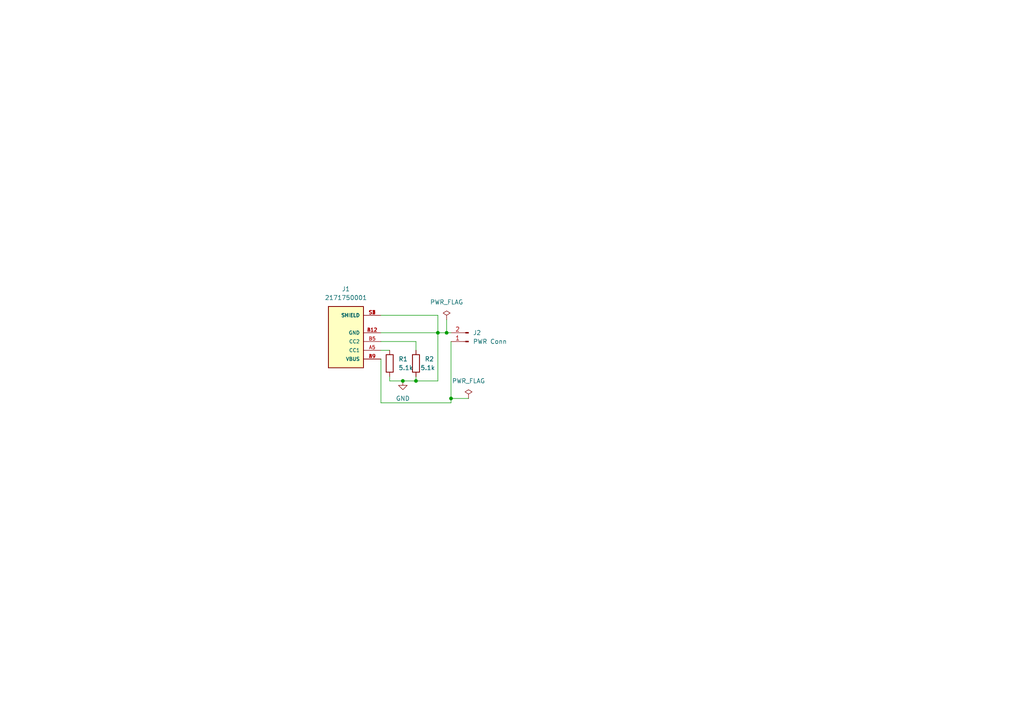
<source format=kicad_sch>
(kicad_sch (version 20211123) (generator eeschema)

  (uuid 85584f96-f606-43f9-a43a-f4f197b0b94e)

  (paper "A4")

  (lib_symbols
    (symbol "2171750001:2171750001" (pin_names (offset 1.016)) (in_bom yes) (on_board yes)
      (property "Reference" "J" (id 0) (at -5.08 8.509 0)
        (effects (font (size 1.27 1.27)) (justify left bottom))
      )
      (property "Value" "2171750001" (id 1) (at -5.08 -12.7 0)
        (effects (font (size 1.27 1.27)) (justify left bottom))
      )
      (property "Footprint" "Molex USB C 2171750001:MOLEX_2171750001" (id 2) (at 0 0 0)
        (effects (font (size 1.27 1.27)) (justify bottom) hide)
      )
      (property "Datasheet" "" (id 3) (at 0 0 0)
        (effects (font (size 1.27 1.27)) hide)
      )
      (property "STANDARD" "Manufacturer Recommendations" (id 4) (at 0 0 0)
        (effects (font (size 1.27 1.27)) (justify bottom) hide)
      )
      (property "PARTREV" "A1" (id 5) (at 0 0 0)
        (effects (font (size 1.27 1.27)) (justify bottom) hide)
      )
      (property "MANUFACTURER" "Molex" (id 6) (at 0 0 0)
        (effects (font (size 1.27 1.27)) (justify bottom) hide)
      )
      (property "MAXIMUM_PACKAGE_HEIGHT" "3.16mm" (id 7) (at 0 0 0)
        (effects (font (size 1.27 1.27)) (justify bottom) hide)
      )
      (symbol "2171750001_0_0"
        (rectangle (start -5.08 -10.16) (end 5.08 7.62)
          (stroke (width 0.254) (type default) (color 0 0 0 0))
          (fill (type background))
        )
        (pin power_in line (at -10.16 -2.54 0) (length 5.08)
          (name "GND" (effects (font (size 1.016 1.016))))
          (number "A12" (effects (font (size 1.016 1.016))))
        )
        (pin bidirectional line (at -10.16 2.54 0) (length 5.08)
          (name "CC1" (effects (font (size 1.016 1.016))))
          (number "A5" (effects (font (size 1.016 1.016))))
        )
        (pin power_in line (at -10.16 5.08 0) (length 5.08)
          (name "VBUS" (effects (font (size 1.016 1.016))))
          (number "A9" (effects (font (size 1.016 1.016))))
        )
        (pin power_in line (at -10.16 -2.54 0) (length 5.08)
          (name "GND" (effects (font (size 1.016 1.016))))
          (number "B12" (effects (font (size 1.016 1.016))))
        )
        (pin bidirectional line (at -10.16 0 0) (length 5.08)
          (name "CC2" (effects (font (size 1.016 1.016))))
          (number "B5" (effects (font (size 1.016 1.016))))
        )
        (pin power_in line (at -10.16 5.08 0) (length 5.08)
          (name "VBUS" (effects (font (size 1.016 1.016))))
          (number "B9" (effects (font (size 1.016 1.016))))
        )
        (pin passive line (at -10.16 -7.62 0) (length 5.08)
          (name "SHIELD" (effects (font (size 1.016 1.016))))
          (number "S1" (effects (font (size 1.016 1.016))))
        )
        (pin passive line (at -10.16 -7.62 0) (length 5.08)
          (name "SHIELD" (effects (font (size 1.016 1.016))))
          (number "S2" (effects (font (size 1.016 1.016))))
        )
        (pin passive line (at -10.16 -7.62 0) (length 5.08)
          (name "SHIELD" (effects (font (size 1.016 1.016))))
          (number "S3" (effects (font (size 1.016 1.016))))
        )
        (pin passive line (at -10.16 -7.62 0) (length 5.08)
          (name "SHIELD" (effects (font (size 1.016 1.016))))
          (number "S4" (effects (font (size 1.016 1.016))))
        )
      )
    )
    (symbol "Connector:Conn_01x02_Male" (pin_names (offset 1.016) hide) (in_bom yes) (on_board yes)
      (property "Reference" "J" (id 0) (at 0 2.54 0)
        (effects (font (size 1.27 1.27)))
      )
      (property "Value" "Conn_01x02_Male" (id 1) (at 0 -5.08 0)
        (effects (font (size 1.27 1.27)))
      )
      (property "Footprint" "" (id 2) (at 0 0 0)
        (effects (font (size 1.27 1.27)) hide)
      )
      (property "Datasheet" "~" (id 3) (at 0 0 0)
        (effects (font (size 1.27 1.27)) hide)
      )
      (property "ki_keywords" "connector" (id 4) (at 0 0 0)
        (effects (font (size 1.27 1.27)) hide)
      )
      (property "ki_description" "Generic connector, single row, 01x02, script generated (kicad-library-utils/schlib/autogen/connector/)" (id 5) (at 0 0 0)
        (effects (font (size 1.27 1.27)) hide)
      )
      (property "ki_fp_filters" "Connector*:*_1x??_*" (id 6) (at 0 0 0)
        (effects (font (size 1.27 1.27)) hide)
      )
      (symbol "Conn_01x02_Male_1_1"
        (polyline
          (pts
            (xy 1.27 -2.54)
            (xy 0.8636 -2.54)
          )
          (stroke (width 0.1524) (type default) (color 0 0 0 0))
          (fill (type none))
        )
        (polyline
          (pts
            (xy 1.27 0)
            (xy 0.8636 0)
          )
          (stroke (width 0.1524) (type default) (color 0 0 0 0))
          (fill (type none))
        )
        (rectangle (start 0.8636 -2.413) (end 0 -2.667)
          (stroke (width 0.1524) (type default) (color 0 0 0 0))
          (fill (type outline))
        )
        (rectangle (start 0.8636 0.127) (end 0 -0.127)
          (stroke (width 0.1524) (type default) (color 0 0 0 0))
          (fill (type outline))
        )
        (pin passive line (at 5.08 0 180) (length 3.81)
          (name "Pin_1" (effects (font (size 1.27 1.27))))
          (number "1" (effects (font (size 1.27 1.27))))
        )
        (pin passive line (at 5.08 -2.54 180) (length 3.81)
          (name "Pin_2" (effects (font (size 1.27 1.27))))
          (number "2" (effects (font (size 1.27 1.27))))
        )
      )
    )
    (symbol "Device:R" (pin_numbers hide) (pin_names (offset 0)) (in_bom yes) (on_board yes)
      (property "Reference" "R" (id 0) (at 2.032 0 90)
        (effects (font (size 1.27 1.27)))
      )
      (property "Value" "R" (id 1) (at 0 0 90)
        (effects (font (size 1.27 1.27)))
      )
      (property "Footprint" "" (id 2) (at -1.778 0 90)
        (effects (font (size 1.27 1.27)) hide)
      )
      (property "Datasheet" "~" (id 3) (at 0 0 0)
        (effects (font (size 1.27 1.27)) hide)
      )
      (property "ki_keywords" "R res resistor" (id 4) (at 0 0 0)
        (effects (font (size 1.27 1.27)) hide)
      )
      (property "ki_description" "Resistor" (id 5) (at 0 0 0)
        (effects (font (size 1.27 1.27)) hide)
      )
      (property "ki_fp_filters" "R_*" (id 6) (at 0 0 0)
        (effects (font (size 1.27 1.27)) hide)
      )
      (symbol "R_0_1"
        (rectangle (start -1.016 -2.54) (end 1.016 2.54)
          (stroke (width 0.254) (type default) (color 0 0 0 0))
          (fill (type none))
        )
      )
      (symbol "R_1_1"
        (pin passive line (at 0 3.81 270) (length 1.27)
          (name "~" (effects (font (size 1.27 1.27))))
          (number "1" (effects (font (size 1.27 1.27))))
        )
        (pin passive line (at 0 -3.81 90) (length 1.27)
          (name "~" (effects (font (size 1.27 1.27))))
          (number "2" (effects (font (size 1.27 1.27))))
        )
      )
    )
    (symbol "power:GND" (power) (pin_names (offset 0)) (in_bom yes) (on_board yes)
      (property "Reference" "#PWR" (id 0) (at 0 -6.35 0)
        (effects (font (size 1.27 1.27)) hide)
      )
      (property "Value" "GND" (id 1) (at 0 -3.81 0)
        (effects (font (size 1.27 1.27)))
      )
      (property "Footprint" "" (id 2) (at 0 0 0)
        (effects (font (size 1.27 1.27)) hide)
      )
      (property "Datasheet" "" (id 3) (at 0 0 0)
        (effects (font (size 1.27 1.27)) hide)
      )
      (property "ki_keywords" "power-flag" (id 4) (at 0 0 0)
        (effects (font (size 1.27 1.27)) hide)
      )
      (property "ki_description" "Power symbol creates a global label with name \"GND\" , ground" (id 5) (at 0 0 0)
        (effects (font (size 1.27 1.27)) hide)
      )
      (symbol "GND_0_1"
        (polyline
          (pts
            (xy 0 0)
            (xy 0 -1.27)
            (xy 1.27 -1.27)
            (xy 0 -2.54)
            (xy -1.27 -1.27)
            (xy 0 -1.27)
          )
          (stroke (width 0) (type default) (color 0 0 0 0))
          (fill (type none))
        )
      )
      (symbol "GND_1_1"
        (pin power_in line (at 0 0 270) (length 0) hide
          (name "GND" (effects (font (size 1.27 1.27))))
          (number "1" (effects (font (size 1.27 1.27))))
        )
      )
    )
    (symbol "power:PWR_FLAG" (power) (pin_numbers hide) (pin_names (offset 0) hide) (in_bom yes) (on_board yes)
      (property "Reference" "#FLG" (id 0) (at 0 1.905 0)
        (effects (font (size 1.27 1.27)) hide)
      )
      (property "Value" "PWR_FLAG" (id 1) (at 0 3.81 0)
        (effects (font (size 1.27 1.27)))
      )
      (property "Footprint" "" (id 2) (at 0 0 0)
        (effects (font (size 1.27 1.27)) hide)
      )
      (property "Datasheet" "~" (id 3) (at 0 0 0)
        (effects (font (size 1.27 1.27)) hide)
      )
      (property "ki_keywords" "power-flag" (id 4) (at 0 0 0)
        (effects (font (size 1.27 1.27)) hide)
      )
      (property "ki_description" "Special symbol for telling ERC where power comes from" (id 5) (at 0 0 0)
        (effects (font (size 1.27 1.27)) hide)
      )
      (symbol "PWR_FLAG_0_0"
        (pin power_out line (at 0 0 90) (length 0)
          (name "pwr" (effects (font (size 1.27 1.27))))
          (number "1" (effects (font (size 1.27 1.27))))
        )
      )
      (symbol "PWR_FLAG_0_1"
        (polyline
          (pts
            (xy 0 0)
            (xy 0 1.27)
            (xy -1.016 1.905)
            (xy 0 2.54)
            (xy 1.016 1.905)
            (xy 0 1.27)
          )
          (stroke (width 0) (type default) (color 0 0 0 0))
          (fill (type none))
        )
      )
    )
  )

  (junction (at 120.65 110.49) (diameter 0) (color 0 0 0 0)
    (uuid 0660e3f5-8b8b-41e4-8c2b-7efe4f396377)
  )
  (junction (at 127 96.52) (diameter 0) (color 0 0 0 0)
    (uuid 7ddfcfa1-07e0-4e22-b2cd-df9c50f6100a)
  )
  (junction (at 129.54 96.52) (diameter 0) (color 0 0 0 0)
    (uuid ae389f51-9832-4350-ab63-6b4bdf5f8538)
  )
  (junction (at 116.84 110.49) (diameter 0) (color 0 0 0 0)
    (uuid b4c0d59e-6f04-4684-8486-68e19234cb5c)
  )
  (junction (at 130.81 115.57) (diameter 0) (color 0 0 0 0)
    (uuid c6b2d2e2-0881-40e6-81bc-3f9d2d6b2e45)
  )

  (wire (pts (xy 110.49 116.84) (xy 130.81 116.84))
    (stroke (width 0) (type default) (color 0 0 0 0))
    (uuid 07b59434-a737-4b61-aad1-4c17a11add67)
  )
  (wire (pts (xy 129.54 92.71) (xy 129.54 96.52))
    (stroke (width 0) (type default) (color 0 0 0 0))
    (uuid 097ce98d-20c4-4291-91c2-0066de34ae3e)
  )
  (wire (pts (xy 127 96.52) (xy 127 110.49))
    (stroke (width 0) (type default) (color 0 0 0 0))
    (uuid 0f1ccc36-1bd0-4af3-a0cc-cf718e9879ac)
  )
  (wire (pts (xy 130.81 115.57) (xy 130.81 116.84))
    (stroke (width 0) (type default) (color 0 0 0 0))
    (uuid 276de604-625a-4313-bc9b-09f919f8cf3f)
  )
  (wire (pts (xy 110.49 101.6) (xy 113.03 101.6))
    (stroke (width 0) (type default) (color 0 0 0 0))
    (uuid 27b6c541-e2be-43b0-bf7a-36ce6089eadb)
  )
  (wire (pts (xy 120.65 109.22) (xy 120.65 110.49))
    (stroke (width 0) (type default) (color 0 0 0 0))
    (uuid 5f897e36-234e-4e46-99c0-d9ec47acd78d)
  )
  (wire (pts (xy 113.03 110.49) (xy 116.84 110.49))
    (stroke (width 0) (type default) (color 0 0 0 0))
    (uuid 63926743-aee1-4f3c-8208-91fe92fb8517)
  )
  (wire (pts (xy 110.49 96.52) (xy 127 96.52))
    (stroke (width 0) (type default) (color 0 0 0 0))
    (uuid 6717f01a-e190-4b41-b507-bfa69bc4d9bb)
  )
  (wire (pts (xy 130.81 99.06) (xy 130.81 115.57))
    (stroke (width 0) (type default) (color 0 0 0 0))
    (uuid 6a2861b0-a9d6-4d71-bbbf-a8eeddea874b)
  )
  (wire (pts (xy 135.89 115.57) (xy 130.81 115.57))
    (stroke (width 0) (type default) (color 0 0 0 0))
    (uuid 76dbbb17-5a28-4d14-8158-eef02d3a6c43)
  )
  (wire (pts (xy 127 91.44) (xy 127 96.52))
    (stroke (width 0) (type default) (color 0 0 0 0))
    (uuid 78fc0222-9a10-459b-bc9b-b916586935ba)
  )
  (wire (pts (xy 127 96.52) (xy 129.54 96.52))
    (stroke (width 0) (type default) (color 0 0 0 0))
    (uuid 85ec23d4-21a7-42c5-832f-1a503b000e5b)
  )
  (wire (pts (xy 120.65 99.06) (xy 120.65 101.6))
    (stroke (width 0) (type default) (color 0 0 0 0))
    (uuid a648bdc5-d50b-4364-818c-75ce0407d7b8)
  )
  (wire (pts (xy 113.03 109.22) (xy 113.03 110.49))
    (stroke (width 0) (type default) (color 0 0 0 0))
    (uuid ac1c89e9-8375-42ac-a029-d0782b522de8)
  )
  (wire (pts (xy 120.65 110.49) (xy 116.84 110.49))
    (stroke (width 0) (type default) (color 0 0 0 0))
    (uuid af95ca09-0325-4499-b3f5-995b6c760b9f)
  )
  (wire (pts (xy 110.49 104.14) (xy 110.49 116.84))
    (stroke (width 0) (type default) (color 0 0 0 0))
    (uuid bb67293b-4bcb-470a-877b-eefdd939d253)
  )
  (wire (pts (xy 127 110.49) (xy 120.65 110.49))
    (stroke (width 0) (type default) (color 0 0 0 0))
    (uuid d9d39486-282b-4564-ac93-54553cb8b358)
  )
  (wire (pts (xy 110.49 99.06) (xy 120.65 99.06))
    (stroke (width 0) (type default) (color 0 0 0 0))
    (uuid dcf58326-50d1-406e-8120-45ea86896d54)
  )
  (wire (pts (xy 110.49 91.44) (xy 127 91.44))
    (stroke (width 0) (type default) (color 0 0 0 0))
    (uuid f252ab6f-19c6-4985-8bdb-2d9486e969f2)
  )
  (wire (pts (xy 129.54 96.52) (xy 130.81 96.52))
    (stroke (width 0) (type default) (color 0 0 0 0))
    (uuid fee73ff3-9a67-459c-8244-f473697bc265)
  )

  (symbol (lib_id "power:GND") (at 116.84 110.49 0) (unit 1)
    (in_bom yes) (on_board yes) (fields_autoplaced)
    (uuid 11ae656a-4cbe-470f-be67-1200fd34379a)
    (property "Reference" "#PWR01" (id 0) (at 116.84 116.84 0)
      (effects (font (size 1.27 1.27)) hide)
    )
    (property "Value" "GND" (id 1) (at 116.84 115.57 0))
    (property "Footprint" "" (id 2) (at 116.84 110.49 0)
      (effects (font (size 1.27 1.27)) hide)
    )
    (property "Datasheet" "" (id 3) (at 116.84 110.49 0)
      (effects (font (size 1.27 1.27)) hide)
    )
    (pin "1" (uuid 740e6b84-a407-4d32-99f4-e36cd6675149))
  )

  (symbol (lib_id "Device:R") (at 113.03 105.41 0) (unit 1)
    (in_bom yes) (on_board yes)
    (uuid 54eabd03-1070-4827-9496-e6e23f9d2cb0)
    (property "Reference" "R1" (id 0) (at 115.57 104.1399 0)
      (effects (font (size 1.27 1.27)) (justify left))
    )
    (property "Value" "5.1k" (id 1) (at 115.57 106.68 0)
      (effects (font (size 1.27 1.27)) (justify left))
    )
    (property "Footprint" "Resistor_SMD:R_0805_2012Metric_Pad1.20x1.40mm_HandSolder" (id 2) (at 111.252 105.41 90)
      (effects (font (size 1.27 1.27)) hide)
    )
    (property "Datasheet" "~" (id 3) (at 113.03 105.41 0)
      (effects (font (size 1.27 1.27)) hide)
    )
    (pin "1" (uuid dc2b0db1-8467-48b4-a3ce-e244d716be45))
    (pin "2" (uuid 12512754-2f2e-4426-9f6b-591c737af405))
  )

  (symbol (lib_id "power:PWR_FLAG") (at 135.89 115.57 0) (unit 1)
    (in_bom yes) (on_board yes) (fields_autoplaced)
    (uuid 752037e2-fea1-49b6-95b4-597b3f7b645d)
    (property "Reference" "#FLG01" (id 0) (at 135.89 113.665 0)
      (effects (font (size 1.27 1.27)) hide)
    )
    (property "Value" "PWR_FLAG" (id 1) (at 135.89 110.49 0))
    (property "Footprint" "" (id 2) (at 135.89 115.57 0)
      (effects (font (size 1.27 1.27)) hide)
    )
    (property "Datasheet" "~" (id 3) (at 135.89 115.57 0)
      (effects (font (size 1.27 1.27)) hide)
    )
    (pin "1" (uuid 2c83180c-45eb-403f-b3c3-c790416e2a4e))
  )

  (symbol (lib_id "Connector:Conn_01x02_Male") (at 135.89 99.06 180) (unit 1)
    (in_bom yes) (on_board yes) (fields_autoplaced)
    (uuid 968bce7a-bab9-49ac-95e8-cefa104ae338)
    (property "Reference" "J2" (id 0) (at 137.16 96.5199 0)
      (effects (font (size 1.27 1.27)) (justify right))
    )
    (property "Value" "PWR Conn" (id 1) (at 137.16 99.0599 0)
      (effects (font (size 1.27 1.27)) (justify right))
    )
    (property "Footprint" "Connector_JST:JST_XH_B2B-XH-A_1x02_P2.50mm_Vertical" (id 2) (at 135.89 99.06 0)
      (effects (font (size 1.27 1.27)) hide)
    )
    (property "Datasheet" "~" (id 3) (at 135.89 99.06 0)
      (effects (font (size 1.27 1.27)) hide)
    )
    (pin "1" (uuid 7d44df5f-4e89-4a33-a5f0-59458b6c3d62))
    (pin "2" (uuid 34dcbb26-fe92-408b-b0f9-16939772b809))
  )

  (symbol (lib_id "Device:R") (at 120.65 105.41 0) (unit 1)
    (in_bom yes) (on_board yes)
    (uuid d422d720-29c4-46df-9685-745e51ecf21f)
    (property "Reference" "R2" (id 0) (at 123.19 104.1399 0)
      (effects (font (size 1.27 1.27)) (justify left))
    )
    (property "Value" "5.1k" (id 1) (at 121.92 106.68 0)
      (effects (font (size 1.27 1.27)) (justify left))
    )
    (property "Footprint" "Resistor_SMD:R_0805_2012Metric_Pad1.20x1.40mm_HandSolder" (id 2) (at 118.872 105.41 90)
      (effects (font (size 1.27 1.27)) hide)
    )
    (property "Datasheet" "~" (id 3) (at 120.65 105.41 0)
      (effects (font (size 1.27 1.27)) hide)
    )
    (pin "1" (uuid 683a8591-569a-420f-b793-cf8a96bcaaf1))
    (pin "2" (uuid 405a8f7b-bce7-429e-99f9-1391fa767962))
  )

  (symbol (lib_id "2171750001:2171750001") (at 100.33 99.06 180) (unit 1)
    (in_bom yes) (on_board yes) (fields_autoplaced)
    (uuid e33e2ccb-5fa3-4d93-8f38-f02cbeb3073a)
    (property "Reference" "J1" (id 0) (at 100.33 83.82 0))
    (property "Value" "2171750001" (id 1) (at 100.33 86.36 0))
    (property "Footprint" "Molex USB C 2171750001:MOLEX_2171750001" (id 2) (at 100.33 99.06 0)
      (effects (font (size 1.27 1.27)) (justify bottom) hide)
    )
    (property "Datasheet" "" (id 3) (at 100.33 99.06 0)
      (effects (font (size 1.27 1.27)) hide)
    )
    (property "STANDARD" "Manufacturer Recommendations" (id 4) (at 100.33 99.06 0)
      (effects (font (size 1.27 1.27)) (justify bottom) hide)
    )
    (property "PARTREV" "A1" (id 5) (at 100.33 99.06 0)
      (effects (font (size 1.27 1.27)) (justify bottom) hide)
    )
    (property "MANUFACTURER" "Molex" (id 6) (at 100.33 99.06 0)
      (effects (font (size 1.27 1.27)) (justify bottom) hide)
    )
    (property "MAXIMUM_PACKAGE_HEIGHT" "3.16mm" (id 7) (at 100.33 99.06 0)
      (effects (font (size 1.27 1.27)) (justify bottom) hide)
    )
    (pin "A12" (uuid 8496b869-30e7-4485-aea5-0a4dc668aaf2))
    (pin "A5" (uuid 9ad0ac8a-f3fa-4bf4-90da-ee6bee3bd41d))
    (pin "A9" (uuid a03b0a76-9f5e-4ddc-952b-8c85fee3bea5))
    (pin "B12" (uuid e12debfc-513a-432a-875c-4231e19817c5))
    (pin "B5" (uuid 77ba8b52-5a95-4051-8d8d-242068cc6a5d))
    (pin "B9" (uuid b6e1b1ea-36b0-48d8-8f4f-13f5c03072bb))
    (pin "S1" (uuid 2fcd599c-7a95-4b6e-835c-96bb2f60a617))
    (pin "S2" (uuid ec799085-ef1c-4ca8-8298-721810ed359e))
    (pin "S3" (uuid c304afe8-ce94-4e47-9f56-7c3750326f0d))
    (pin "S4" (uuid b38f1eca-fb07-4a01-9254-7f2fbff535fd))
  )

  (symbol (lib_id "power:PWR_FLAG") (at 129.54 92.71 0) (unit 1)
    (in_bom yes) (on_board yes) (fields_autoplaced)
    (uuid e543d42c-fce1-4291-a160-701e4527090f)
    (property "Reference" "#FLG0101" (id 0) (at 129.54 90.805 0)
      (effects (font (size 1.27 1.27)) hide)
    )
    (property "Value" "PWR_FLAG" (id 1) (at 129.54 87.63 0))
    (property "Footprint" "" (id 2) (at 129.54 92.71 0)
      (effects (font (size 1.27 1.27)) hide)
    )
    (property "Datasheet" "~" (id 3) (at 129.54 92.71 0)
      (effects (font (size 1.27 1.27)) hide)
    )
    (pin "1" (uuid cf34b4b9-ef9c-4f30-8480-37192a925d38))
  )

  (sheet_instances
    (path "/" (page "1"))
  )

  (symbol_instances
    (path "/752037e2-fea1-49b6-95b4-597b3f7b645d"
      (reference "#FLG01") (unit 1) (value "PWR_FLAG") (footprint "")
    )
    (path "/e543d42c-fce1-4291-a160-701e4527090f"
      (reference "#FLG0101") (unit 1) (value "PWR_FLAG") (footprint "")
    )
    (path "/11ae656a-4cbe-470f-be67-1200fd34379a"
      (reference "#PWR01") (unit 1) (value "GND") (footprint "")
    )
    (path "/e33e2ccb-5fa3-4d93-8f38-f02cbeb3073a"
      (reference "J1") (unit 1) (value "2171750001") (footprint "Molex USB C 2171750001:MOLEX_2171750001")
    )
    (path "/968bce7a-bab9-49ac-95e8-cefa104ae338"
      (reference "J2") (unit 1) (value "PWR Conn") (footprint "Connector_JST:JST_XH_B2B-XH-A_1x02_P2.50mm_Vertical")
    )
    (path "/54eabd03-1070-4827-9496-e6e23f9d2cb0"
      (reference "R1") (unit 1) (value "5.1k") (footprint "Resistor_SMD:R_0805_2012Metric_Pad1.20x1.40mm_HandSolder")
    )
    (path "/d422d720-29c4-46df-9685-745e51ecf21f"
      (reference "R2") (unit 1) (value "5.1k") (footprint "Resistor_SMD:R_0805_2012Metric_Pad1.20x1.40mm_HandSolder")
    )
  )
)

</source>
